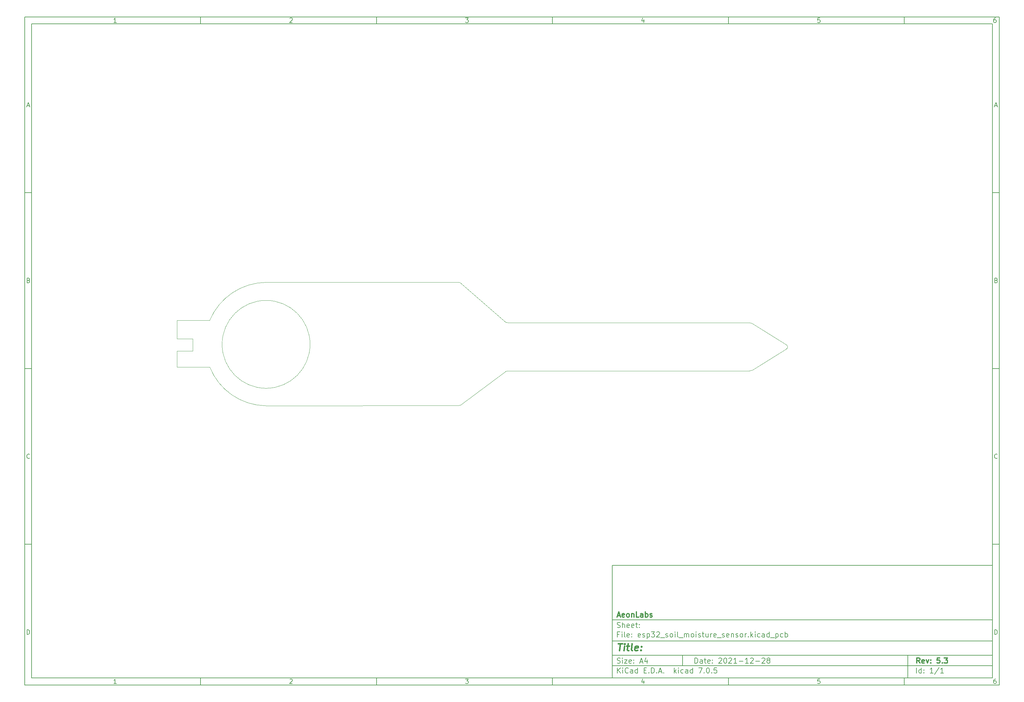
<source format=gbr>
%TF.GenerationSoftware,KiCad,Pcbnew,7.0.5*%
%TF.CreationDate,2023-06-02T10:03:58+02:00*%
%TF.ProjectId,esp32_soil_moisture_sensor,65737033-325f-4736-9f69-6c5f6d6f6973,5.3*%
%TF.SameCoordinates,Original*%
%TF.FileFunction,Profile,NP*%
%FSLAX46Y46*%
G04 Gerber Fmt 4.6, Leading zero omitted, Abs format (unit mm)*
G04 Created by KiCad (PCBNEW 7.0.5) date 2023-06-02 10:03:58*
%MOMM*%
%LPD*%
G01*
G04 APERTURE LIST*
%ADD10C,0.100000*%
%ADD11C,0.150000*%
%ADD12C,0.300000*%
%ADD13C,0.400000*%
%TA.AperFunction,Profile*%
%ADD14C,0.050000*%
%TD*%
%TA.AperFunction,Profile*%
%ADD15C,0.100000*%
%TD*%
G04 APERTURE END LIST*
D10*
D11*
X177002200Y-166007200D02*
X285002200Y-166007200D01*
X285002200Y-198007200D01*
X177002200Y-198007200D01*
X177002200Y-166007200D01*
D10*
D11*
X10000000Y-10000000D02*
X287002200Y-10000000D01*
X287002200Y-200007200D01*
X10000000Y-200007200D01*
X10000000Y-10000000D01*
D10*
D11*
X12000000Y-12000000D02*
X285002200Y-12000000D01*
X285002200Y-198007200D01*
X12000000Y-198007200D01*
X12000000Y-12000000D01*
D10*
D11*
X60000000Y-12000000D02*
X60000000Y-10000000D01*
D10*
D11*
X110000000Y-12000000D02*
X110000000Y-10000000D01*
D10*
D11*
X160000000Y-12000000D02*
X160000000Y-10000000D01*
D10*
D11*
X210000000Y-12000000D02*
X210000000Y-10000000D01*
D10*
D11*
X260000000Y-12000000D02*
X260000000Y-10000000D01*
D10*
D11*
X36089160Y-11593604D02*
X35346303Y-11593604D01*
X35717731Y-11593604D02*
X35717731Y-10293604D01*
X35717731Y-10293604D02*
X35593922Y-10479319D01*
X35593922Y-10479319D02*
X35470112Y-10603128D01*
X35470112Y-10603128D02*
X35346303Y-10665033D01*
D10*
D11*
X85346303Y-10417414D02*
X85408207Y-10355509D01*
X85408207Y-10355509D02*
X85532017Y-10293604D01*
X85532017Y-10293604D02*
X85841541Y-10293604D01*
X85841541Y-10293604D02*
X85965350Y-10355509D01*
X85965350Y-10355509D02*
X86027255Y-10417414D01*
X86027255Y-10417414D02*
X86089160Y-10541223D01*
X86089160Y-10541223D02*
X86089160Y-10665033D01*
X86089160Y-10665033D02*
X86027255Y-10850747D01*
X86027255Y-10850747D02*
X85284398Y-11593604D01*
X85284398Y-11593604D02*
X86089160Y-11593604D01*
D10*
D11*
X135284398Y-10293604D02*
X136089160Y-10293604D01*
X136089160Y-10293604D02*
X135655826Y-10788842D01*
X135655826Y-10788842D02*
X135841541Y-10788842D01*
X135841541Y-10788842D02*
X135965350Y-10850747D01*
X135965350Y-10850747D02*
X136027255Y-10912652D01*
X136027255Y-10912652D02*
X136089160Y-11036461D01*
X136089160Y-11036461D02*
X136089160Y-11345985D01*
X136089160Y-11345985D02*
X136027255Y-11469795D01*
X136027255Y-11469795D02*
X135965350Y-11531700D01*
X135965350Y-11531700D02*
X135841541Y-11593604D01*
X135841541Y-11593604D02*
X135470112Y-11593604D01*
X135470112Y-11593604D02*
X135346303Y-11531700D01*
X135346303Y-11531700D02*
X135284398Y-11469795D01*
D10*
D11*
X185965350Y-10726938D02*
X185965350Y-11593604D01*
X185655826Y-10231700D02*
X185346303Y-11160271D01*
X185346303Y-11160271D02*
X186151064Y-11160271D01*
D10*
D11*
X236027255Y-10293604D02*
X235408207Y-10293604D01*
X235408207Y-10293604D02*
X235346303Y-10912652D01*
X235346303Y-10912652D02*
X235408207Y-10850747D01*
X235408207Y-10850747D02*
X235532017Y-10788842D01*
X235532017Y-10788842D02*
X235841541Y-10788842D01*
X235841541Y-10788842D02*
X235965350Y-10850747D01*
X235965350Y-10850747D02*
X236027255Y-10912652D01*
X236027255Y-10912652D02*
X236089160Y-11036461D01*
X236089160Y-11036461D02*
X236089160Y-11345985D01*
X236089160Y-11345985D02*
X236027255Y-11469795D01*
X236027255Y-11469795D02*
X235965350Y-11531700D01*
X235965350Y-11531700D02*
X235841541Y-11593604D01*
X235841541Y-11593604D02*
X235532017Y-11593604D01*
X235532017Y-11593604D02*
X235408207Y-11531700D01*
X235408207Y-11531700D02*
X235346303Y-11469795D01*
D10*
D11*
X285965350Y-10293604D02*
X285717731Y-10293604D01*
X285717731Y-10293604D02*
X285593922Y-10355509D01*
X285593922Y-10355509D02*
X285532017Y-10417414D01*
X285532017Y-10417414D02*
X285408207Y-10603128D01*
X285408207Y-10603128D02*
X285346303Y-10850747D01*
X285346303Y-10850747D02*
X285346303Y-11345985D01*
X285346303Y-11345985D02*
X285408207Y-11469795D01*
X285408207Y-11469795D02*
X285470112Y-11531700D01*
X285470112Y-11531700D02*
X285593922Y-11593604D01*
X285593922Y-11593604D02*
X285841541Y-11593604D01*
X285841541Y-11593604D02*
X285965350Y-11531700D01*
X285965350Y-11531700D02*
X286027255Y-11469795D01*
X286027255Y-11469795D02*
X286089160Y-11345985D01*
X286089160Y-11345985D02*
X286089160Y-11036461D01*
X286089160Y-11036461D02*
X286027255Y-10912652D01*
X286027255Y-10912652D02*
X285965350Y-10850747D01*
X285965350Y-10850747D02*
X285841541Y-10788842D01*
X285841541Y-10788842D02*
X285593922Y-10788842D01*
X285593922Y-10788842D02*
X285470112Y-10850747D01*
X285470112Y-10850747D02*
X285408207Y-10912652D01*
X285408207Y-10912652D02*
X285346303Y-11036461D01*
D10*
D11*
X60000000Y-198007200D02*
X60000000Y-200007200D01*
D10*
D11*
X110000000Y-198007200D02*
X110000000Y-200007200D01*
D10*
D11*
X160000000Y-198007200D02*
X160000000Y-200007200D01*
D10*
D11*
X210000000Y-198007200D02*
X210000000Y-200007200D01*
D10*
D11*
X260000000Y-198007200D02*
X260000000Y-200007200D01*
D10*
D11*
X36089160Y-199600804D02*
X35346303Y-199600804D01*
X35717731Y-199600804D02*
X35717731Y-198300804D01*
X35717731Y-198300804D02*
X35593922Y-198486519D01*
X35593922Y-198486519D02*
X35470112Y-198610328D01*
X35470112Y-198610328D02*
X35346303Y-198672233D01*
D10*
D11*
X85346303Y-198424614D02*
X85408207Y-198362709D01*
X85408207Y-198362709D02*
X85532017Y-198300804D01*
X85532017Y-198300804D02*
X85841541Y-198300804D01*
X85841541Y-198300804D02*
X85965350Y-198362709D01*
X85965350Y-198362709D02*
X86027255Y-198424614D01*
X86027255Y-198424614D02*
X86089160Y-198548423D01*
X86089160Y-198548423D02*
X86089160Y-198672233D01*
X86089160Y-198672233D02*
X86027255Y-198857947D01*
X86027255Y-198857947D02*
X85284398Y-199600804D01*
X85284398Y-199600804D02*
X86089160Y-199600804D01*
D10*
D11*
X135284398Y-198300804D02*
X136089160Y-198300804D01*
X136089160Y-198300804D02*
X135655826Y-198796042D01*
X135655826Y-198796042D02*
X135841541Y-198796042D01*
X135841541Y-198796042D02*
X135965350Y-198857947D01*
X135965350Y-198857947D02*
X136027255Y-198919852D01*
X136027255Y-198919852D02*
X136089160Y-199043661D01*
X136089160Y-199043661D02*
X136089160Y-199353185D01*
X136089160Y-199353185D02*
X136027255Y-199476995D01*
X136027255Y-199476995D02*
X135965350Y-199538900D01*
X135965350Y-199538900D02*
X135841541Y-199600804D01*
X135841541Y-199600804D02*
X135470112Y-199600804D01*
X135470112Y-199600804D02*
X135346303Y-199538900D01*
X135346303Y-199538900D02*
X135284398Y-199476995D01*
D10*
D11*
X185965350Y-198734138D02*
X185965350Y-199600804D01*
X185655826Y-198238900D02*
X185346303Y-199167471D01*
X185346303Y-199167471D02*
X186151064Y-199167471D01*
D10*
D11*
X236027255Y-198300804D02*
X235408207Y-198300804D01*
X235408207Y-198300804D02*
X235346303Y-198919852D01*
X235346303Y-198919852D02*
X235408207Y-198857947D01*
X235408207Y-198857947D02*
X235532017Y-198796042D01*
X235532017Y-198796042D02*
X235841541Y-198796042D01*
X235841541Y-198796042D02*
X235965350Y-198857947D01*
X235965350Y-198857947D02*
X236027255Y-198919852D01*
X236027255Y-198919852D02*
X236089160Y-199043661D01*
X236089160Y-199043661D02*
X236089160Y-199353185D01*
X236089160Y-199353185D02*
X236027255Y-199476995D01*
X236027255Y-199476995D02*
X235965350Y-199538900D01*
X235965350Y-199538900D02*
X235841541Y-199600804D01*
X235841541Y-199600804D02*
X235532017Y-199600804D01*
X235532017Y-199600804D02*
X235408207Y-199538900D01*
X235408207Y-199538900D02*
X235346303Y-199476995D01*
D10*
D11*
X285965350Y-198300804D02*
X285717731Y-198300804D01*
X285717731Y-198300804D02*
X285593922Y-198362709D01*
X285593922Y-198362709D02*
X285532017Y-198424614D01*
X285532017Y-198424614D02*
X285408207Y-198610328D01*
X285408207Y-198610328D02*
X285346303Y-198857947D01*
X285346303Y-198857947D02*
X285346303Y-199353185D01*
X285346303Y-199353185D02*
X285408207Y-199476995D01*
X285408207Y-199476995D02*
X285470112Y-199538900D01*
X285470112Y-199538900D02*
X285593922Y-199600804D01*
X285593922Y-199600804D02*
X285841541Y-199600804D01*
X285841541Y-199600804D02*
X285965350Y-199538900D01*
X285965350Y-199538900D02*
X286027255Y-199476995D01*
X286027255Y-199476995D02*
X286089160Y-199353185D01*
X286089160Y-199353185D02*
X286089160Y-199043661D01*
X286089160Y-199043661D02*
X286027255Y-198919852D01*
X286027255Y-198919852D02*
X285965350Y-198857947D01*
X285965350Y-198857947D02*
X285841541Y-198796042D01*
X285841541Y-198796042D02*
X285593922Y-198796042D01*
X285593922Y-198796042D02*
X285470112Y-198857947D01*
X285470112Y-198857947D02*
X285408207Y-198919852D01*
X285408207Y-198919852D02*
X285346303Y-199043661D01*
D10*
D11*
X10000000Y-60000000D02*
X12000000Y-60000000D01*
D10*
D11*
X10000000Y-110000000D02*
X12000000Y-110000000D01*
D10*
D11*
X10000000Y-160000000D02*
X12000000Y-160000000D01*
D10*
D11*
X10690476Y-35222176D02*
X11309523Y-35222176D01*
X10566666Y-35593604D02*
X10999999Y-34293604D01*
X10999999Y-34293604D02*
X11433333Y-35593604D01*
D10*
D11*
X11092857Y-84912652D02*
X11278571Y-84974557D01*
X11278571Y-84974557D02*
X11340476Y-85036461D01*
X11340476Y-85036461D02*
X11402380Y-85160271D01*
X11402380Y-85160271D02*
X11402380Y-85345985D01*
X11402380Y-85345985D02*
X11340476Y-85469795D01*
X11340476Y-85469795D02*
X11278571Y-85531700D01*
X11278571Y-85531700D02*
X11154761Y-85593604D01*
X11154761Y-85593604D02*
X10659523Y-85593604D01*
X10659523Y-85593604D02*
X10659523Y-84293604D01*
X10659523Y-84293604D02*
X11092857Y-84293604D01*
X11092857Y-84293604D02*
X11216666Y-84355509D01*
X11216666Y-84355509D02*
X11278571Y-84417414D01*
X11278571Y-84417414D02*
X11340476Y-84541223D01*
X11340476Y-84541223D02*
X11340476Y-84665033D01*
X11340476Y-84665033D02*
X11278571Y-84788842D01*
X11278571Y-84788842D02*
X11216666Y-84850747D01*
X11216666Y-84850747D02*
X11092857Y-84912652D01*
X11092857Y-84912652D02*
X10659523Y-84912652D01*
D10*
D11*
X11402380Y-135469795D02*
X11340476Y-135531700D01*
X11340476Y-135531700D02*
X11154761Y-135593604D01*
X11154761Y-135593604D02*
X11030952Y-135593604D01*
X11030952Y-135593604D02*
X10845238Y-135531700D01*
X10845238Y-135531700D02*
X10721428Y-135407890D01*
X10721428Y-135407890D02*
X10659523Y-135284080D01*
X10659523Y-135284080D02*
X10597619Y-135036461D01*
X10597619Y-135036461D02*
X10597619Y-134850747D01*
X10597619Y-134850747D02*
X10659523Y-134603128D01*
X10659523Y-134603128D02*
X10721428Y-134479319D01*
X10721428Y-134479319D02*
X10845238Y-134355509D01*
X10845238Y-134355509D02*
X11030952Y-134293604D01*
X11030952Y-134293604D02*
X11154761Y-134293604D01*
X11154761Y-134293604D02*
X11340476Y-134355509D01*
X11340476Y-134355509D02*
X11402380Y-134417414D01*
D10*
D11*
X10659523Y-185593604D02*
X10659523Y-184293604D01*
X10659523Y-184293604D02*
X10969047Y-184293604D01*
X10969047Y-184293604D02*
X11154761Y-184355509D01*
X11154761Y-184355509D02*
X11278571Y-184479319D01*
X11278571Y-184479319D02*
X11340476Y-184603128D01*
X11340476Y-184603128D02*
X11402380Y-184850747D01*
X11402380Y-184850747D02*
X11402380Y-185036461D01*
X11402380Y-185036461D02*
X11340476Y-185284080D01*
X11340476Y-185284080D02*
X11278571Y-185407890D01*
X11278571Y-185407890D02*
X11154761Y-185531700D01*
X11154761Y-185531700D02*
X10969047Y-185593604D01*
X10969047Y-185593604D02*
X10659523Y-185593604D01*
D10*
D11*
X287002200Y-60000000D02*
X285002200Y-60000000D01*
D10*
D11*
X287002200Y-110000000D02*
X285002200Y-110000000D01*
D10*
D11*
X287002200Y-160000000D02*
X285002200Y-160000000D01*
D10*
D11*
X285692676Y-35222176D02*
X286311723Y-35222176D01*
X285568866Y-35593604D02*
X286002199Y-34293604D01*
X286002199Y-34293604D02*
X286435533Y-35593604D01*
D10*
D11*
X286095057Y-84912652D02*
X286280771Y-84974557D01*
X286280771Y-84974557D02*
X286342676Y-85036461D01*
X286342676Y-85036461D02*
X286404580Y-85160271D01*
X286404580Y-85160271D02*
X286404580Y-85345985D01*
X286404580Y-85345985D02*
X286342676Y-85469795D01*
X286342676Y-85469795D02*
X286280771Y-85531700D01*
X286280771Y-85531700D02*
X286156961Y-85593604D01*
X286156961Y-85593604D02*
X285661723Y-85593604D01*
X285661723Y-85593604D02*
X285661723Y-84293604D01*
X285661723Y-84293604D02*
X286095057Y-84293604D01*
X286095057Y-84293604D02*
X286218866Y-84355509D01*
X286218866Y-84355509D02*
X286280771Y-84417414D01*
X286280771Y-84417414D02*
X286342676Y-84541223D01*
X286342676Y-84541223D02*
X286342676Y-84665033D01*
X286342676Y-84665033D02*
X286280771Y-84788842D01*
X286280771Y-84788842D02*
X286218866Y-84850747D01*
X286218866Y-84850747D02*
X286095057Y-84912652D01*
X286095057Y-84912652D02*
X285661723Y-84912652D01*
D10*
D11*
X286404580Y-135469795D02*
X286342676Y-135531700D01*
X286342676Y-135531700D02*
X286156961Y-135593604D01*
X286156961Y-135593604D02*
X286033152Y-135593604D01*
X286033152Y-135593604D02*
X285847438Y-135531700D01*
X285847438Y-135531700D02*
X285723628Y-135407890D01*
X285723628Y-135407890D02*
X285661723Y-135284080D01*
X285661723Y-135284080D02*
X285599819Y-135036461D01*
X285599819Y-135036461D02*
X285599819Y-134850747D01*
X285599819Y-134850747D02*
X285661723Y-134603128D01*
X285661723Y-134603128D02*
X285723628Y-134479319D01*
X285723628Y-134479319D02*
X285847438Y-134355509D01*
X285847438Y-134355509D02*
X286033152Y-134293604D01*
X286033152Y-134293604D02*
X286156961Y-134293604D01*
X286156961Y-134293604D02*
X286342676Y-134355509D01*
X286342676Y-134355509D02*
X286404580Y-134417414D01*
D10*
D11*
X285661723Y-185593604D02*
X285661723Y-184293604D01*
X285661723Y-184293604D02*
X285971247Y-184293604D01*
X285971247Y-184293604D02*
X286156961Y-184355509D01*
X286156961Y-184355509D02*
X286280771Y-184479319D01*
X286280771Y-184479319D02*
X286342676Y-184603128D01*
X286342676Y-184603128D02*
X286404580Y-184850747D01*
X286404580Y-184850747D02*
X286404580Y-185036461D01*
X286404580Y-185036461D02*
X286342676Y-185284080D01*
X286342676Y-185284080D02*
X286280771Y-185407890D01*
X286280771Y-185407890D02*
X286156961Y-185531700D01*
X286156961Y-185531700D02*
X285971247Y-185593604D01*
X285971247Y-185593604D02*
X285661723Y-185593604D01*
D10*
D11*
X200458026Y-193793328D02*
X200458026Y-192293328D01*
X200458026Y-192293328D02*
X200815169Y-192293328D01*
X200815169Y-192293328D02*
X201029455Y-192364757D01*
X201029455Y-192364757D02*
X201172312Y-192507614D01*
X201172312Y-192507614D02*
X201243741Y-192650471D01*
X201243741Y-192650471D02*
X201315169Y-192936185D01*
X201315169Y-192936185D02*
X201315169Y-193150471D01*
X201315169Y-193150471D02*
X201243741Y-193436185D01*
X201243741Y-193436185D02*
X201172312Y-193579042D01*
X201172312Y-193579042D02*
X201029455Y-193721900D01*
X201029455Y-193721900D02*
X200815169Y-193793328D01*
X200815169Y-193793328D02*
X200458026Y-193793328D01*
X202600884Y-193793328D02*
X202600884Y-193007614D01*
X202600884Y-193007614D02*
X202529455Y-192864757D01*
X202529455Y-192864757D02*
X202386598Y-192793328D01*
X202386598Y-192793328D02*
X202100884Y-192793328D01*
X202100884Y-192793328D02*
X201958026Y-192864757D01*
X202600884Y-193721900D02*
X202458026Y-193793328D01*
X202458026Y-193793328D02*
X202100884Y-193793328D01*
X202100884Y-193793328D02*
X201958026Y-193721900D01*
X201958026Y-193721900D02*
X201886598Y-193579042D01*
X201886598Y-193579042D02*
X201886598Y-193436185D01*
X201886598Y-193436185D02*
X201958026Y-193293328D01*
X201958026Y-193293328D02*
X202100884Y-193221900D01*
X202100884Y-193221900D02*
X202458026Y-193221900D01*
X202458026Y-193221900D02*
X202600884Y-193150471D01*
X203100884Y-192793328D02*
X203672312Y-192793328D01*
X203315169Y-192293328D02*
X203315169Y-193579042D01*
X203315169Y-193579042D02*
X203386598Y-193721900D01*
X203386598Y-193721900D02*
X203529455Y-193793328D01*
X203529455Y-193793328D02*
X203672312Y-193793328D01*
X204743741Y-193721900D02*
X204600884Y-193793328D01*
X204600884Y-193793328D02*
X204315170Y-193793328D01*
X204315170Y-193793328D02*
X204172312Y-193721900D01*
X204172312Y-193721900D02*
X204100884Y-193579042D01*
X204100884Y-193579042D02*
X204100884Y-193007614D01*
X204100884Y-193007614D02*
X204172312Y-192864757D01*
X204172312Y-192864757D02*
X204315170Y-192793328D01*
X204315170Y-192793328D02*
X204600884Y-192793328D01*
X204600884Y-192793328D02*
X204743741Y-192864757D01*
X204743741Y-192864757D02*
X204815170Y-193007614D01*
X204815170Y-193007614D02*
X204815170Y-193150471D01*
X204815170Y-193150471D02*
X204100884Y-193293328D01*
X205458026Y-193650471D02*
X205529455Y-193721900D01*
X205529455Y-193721900D02*
X205458026Y-193793328D01*
X205458026Y-193793328D02*
X205386598Y-193721900D01*
X205386598Y-193721900D02*
X205458026Y-193650471D01*
X205458026Y-193650471D02*
X205458026Y-193793328D01*
X205458026Y-192864757D02*
X205529455Y-192936185D01*
X205529455Y-192936185D02*
X205458026Y-193007614D01*
X205458026Y-193007614D02*
X205386598Y-192936185D01*
X205386598Y-192936185D02*
X205458026Y-192864757D01*
X205458026Y-192864757D02*
X205458026Y-193007614D01*
X207243741Y-192436185D02*
X207315169Y-192364757D01*
X207315169Y-192364757D02*
X207458027Y-192293328D01*
X207458027Y-192293328D02*
X207815169Y-192293328D01*
X207815169Y-192293328D02*
X207958027Y-192364757D01*
X207958027Y-192364757D02*
X208029455Y-192436185D01*
X208029455Y-192436185D02*
X208100884Y-192579042D01*
X208100884Y-192579042D02*
X208100884Y-192721900D01*
X208100884Y-192721900D02*
X208029455Y-192936185D01*
X208029455Y-192936185D02*
X207172312Y-193793328D01*
X207172312Y-193793328D02*
X208100884Y-193793328D01*
X209029455Y-192293328D02*
X209172312Y-192293328D01*
X209172312Y-192293328D02*
X209315169Y-192364757D01*
X209315169Y-192364757D02*
X209386598Y-192436185D01*
X209386598Y-192436185D02*
X209458026Y-192579042D01*
X209458026Y-192579042D02*
X209529455Y-192864757D01*
X209529455Y-192864757D02*
X209529455Y-193221900D01*
X209529455Y-193221900D02*
X209458026Y-193507614D01*
X209458026Y-193507614D02*
X209386598Y-193650471D01*
X209386598Y-193650471D02*
X209315169Y-193721900D01*
X209315169Y-193721900D02*
X209172312Y-193793328D01*
X209172312Y-193793328D02*
X209029455Y-193793328D01*
X209029455Y-193793328D02*
X208886598Y-193721900D01*
X208886598Y-193721900D02*
X208815169Y-193650471D01*
X208815169Y-193650471D02*
X208743740Y-193507614D01*
X208743740Y-193507614D02*
X208672312Y-193221900D01*
X208672312Y-193221900D02*
X208672312Y-192864757D01*
X208672312Y-192864757D02*
X208743740Y-192579042D01*
X208743740Y-192579042D02*
X208815169Y-192436185D01*
X208815169Y-192436185D02*
X208886598Y-192364757D01*
X208886598Y-192364757D02*
X209029455Y-192293328D01*
X210100883Y-192436185D02*
X210172311Y-192364757D01*
X210172311Y-192364757D02*
X210315169Y-192293328D01*
X210315169Y-192293328D02*
X210672311Y-192293328D01*
X210672311Y-192293328D02*
X210815169Y-192364757D01*
X210815169Y-192364757D02*
X210886597Y-192436185D01*
X210886597Y-192436185D02*
X210958026Y-192579042D01*
X210958026Y-192579042D02*
X210958026Y-192721900D01*
X210958026Y-192721900D02*
X210886597Y-192936185D01*
X210886597Y-192936185D02*
X210029454Y-193793328D01*
X210029454Y-193793328D02*
X210958026Y-193793328D01*
X212386597Y-193793328D02*
X211529454Y-193793328D01*
X211958025Y-193793328D02*
X211958025Y-192293328D01*
X211958025Y-192293328D02*
X211815168Y-192507614D01*
X211815168Y-192507614D02*
X211672311Y-192650471D01*
X211672311Y-192650471D02*
X211529454Y-192721900D01*
X213029453Y-193221900D02*
X214172311Y-193221900D01*
X215672311Y-193793328D02*
X214815168Y-193793328D01*
X215243739Y-193793328D02*
X215243739Y-192293328D01*
X215243739Y-192293328D02*
X215100882Y-192507614D01*
X215100882Y-192507614D02*
X214958025Y-192650471D01*
X214958025Y-192650471D02*
X214815168Y-192721900D01*
X216243739Y-192436185D02*
X216315167Y-192364757D01*
X216315167Y-192364757D02*
X216458025Y-192293328D01*
X216458025Y-192293328D02*
X216815167Y-192293328D01*
X216815167Y-192293328D02*
X216958025Y-192364757D01*
X216958025Y-192364757D02*
X217029453Y-192436185D01*
X217029453Y-192436185D02*
X217100882Y-192579042D01*
X217100882Y-192579042D02*
X217100882Y-192721900D01*
X217100882Y-192721900D02*
X217029453Y-192936185D01*
X217029453Y-192936185D02*
X216172310Y-193793328D01*
X216172310Y-193793328D02*
X217100882Y-193793328D01*
X217743738Y-193221900D02*
X218886596Y-193221900D01*
X219529453Y-192436185D02*
X219600881Y-192364757D01*
X219600881Y-192364757D02*
X219743739Y-192293328D01*
X219743739Y-192293328D02*
X220100881Y-192293328D01*
X220100881Y-192293328D02*
X220243739Y-192364757D01*
X220243739Y-192364757D02*
X220315167Y-192436185D01*
X220315167Y-192436185D02*
X220386596Y-192579042D01*
X220386596Y-192579042D02*
X220386596Y-192721900D01*
X220386596Y-192721900D02*
X220315167Y-192936185D01*
X220315167Y-192936185D02*
X219458024Y-193793328D01*
X219458024Y-193793328D02*
X220386596Y-193793328D01*
X221243738Y-192936185D02*
X221100881Y-192864757D01*
X221100881Y-192864757D02*
X221029452Y-192793328D01*
X221029452Y-192793328D02*
X220958024Y-192650471D01*
X220958024Y-192650471D02*
X220958024Y-192579042D01*
X220958024Y-192579042D02*
X221029452Y-192436185D01*
X221029452Y-192436185D02*
X221100881Y-192364757D01*
X221100881Y-192364757D02*
X221243738Y-192293328D01*
X221243738Y-192293328D02*
X221529452Y-192293328D01*
X221529452Y-192293328D02*
X221672310Y-192364757D01*
X221672310Y-192364757D02*
X221743738Y-192436185D01*
X221743738Y-192436185D02*
X221815167Y-192579042D01*
X221815167Y-192579042D02*
X221815167Y-192650471D01*
X221815167Y-192650471D02*
X221743738Y-192793328D01*
X221743738Y-192793328D02*
X221672310Y-192864757D01*
X221672310Y-192864757D02*
X221529452Y-192936185D01*
X221529452Y-192936185D02*
X221243738Y-192936185D01*
X221243738Y-192936185D02*
X221100881Y-193007614D01*
X221100881Y-193007614D02*
X221029452Y-193079042D01*
X221029452Y-193079042D02*
X220958024Y-193221900D01*
X220958024Y-193221900D02*
X220958024Y-193507614D01*
X220958024Y-193507614D02*
X221029452Y-193650471D01*
X221029452Y-193650471D02*
X221100881Y-193721900D01*
X221100881Y-193721900D02*
X221243738Y-193793328D01*
X221243738Y-193793328D02*
X221529452Y-193793328D01*
X221529452Y-193793328D02*
X221672310Y-193721900D01*
X221672310Y-193721900D02*
X221743738Y-193650471D01*
X221743738Y-193650471D02*
X221815167Y-193507614D01*
X221815167Y-193507614D02*
X221815167Y-193221900D01*
X221815167Y-193221900D02*
X221743738Y-193079042D01*
X221743738Y-193079042D02*
X221672310Y-193007614D01*
X221672310Y-193007614D02*
X221529452Y-192936185D01*
D10*
D11*
X177002200Y-194507200D02*
X285002200Y-194507200D01*
D10*
D11*
X178458026Y-196593328D02*
X178458026Y-195093328D01*
X179315169Y-196593328D02*
X178672312Y-195736185D01*
X179315169Y-195093328D02*
X178458026Y-195950471D01*
X179958026Y-196593328D02*
X179958026Y-195593328D01*
X179958026Y-195093328D02*
X179886598Y-195164757D01*
X179886598Y-195164757D02*
X179958026Y-195236185D01*
X179958026Y-195236185D02*
X180029455Y-195164757D01*
X180029455Y-195164757D02*
X179958026Y-195093328D01*
X179958026Y-195093328D02*
X179958026Y-195236185D01*
X181529455Y-196450471D02*
X181458027Y-196521900D01*
X181458027Y-196521900D02*
X181243741Y-196593328D01*
X181243741Y-196593328D02*
X181100884Y-196593328D01*
X181100884Y-196593328D02*
X180886598Y-196521900D01*
X180886598Y-196521900D02*
X180743741Y-196379042D01*
X180743741Y-196379042D02*
X180672312Y-196236185D01*
X180672312Y-196236185D02*
X180600884Y-195950471D01*
X180600884Y-195950471D02*
X180600884Y-195736185D01*
X180600884Y-195736185D02*
X180672312Y-195450471D01*
X180672312Y-195450471D02*
X180743741Y-195307614D01*
X180743741Y-195307614D02*
X180886598Y-195164757D01*
X180886598Y-195164757D02*
X181100884Y-195093328D01*
X181100884Y-195093328D02*
X181243741Y-195093328D01*
X181243741Y-195093328D02*
X181458027Y-195164757D01*
X181458027Y-195164757D02*
X181529455Y-195236185D01*
X182815170Y-196593328D02*
X182815170Y-195807614D01*
X182815170Y-195807614D02*
X182743741Y-195664757D01*
X182743741Y-195664757D02*
X182600884Y-195593328D01*
X182600884Y-195593328D02*
X182315170Y-195593328D01*
X182315170Y-195593328D02*
X182172312Y-195664757D01*
X182815170Y-196521900D02*
X182672312Y-196593328D01*
X182672312Y-196593328D02*
X182315170Y-196593328D01*
X182315170Y-196593328D02*
X182172312Y-196521900D01*
X182172312Y-196521900D02*
X182100884Y-196379042D01*
X182100884Y-196379042D02*
X182100884Y-196236185D01*
X182100884Y-196236185D02*
X182172312Y-196093328D01*
X182172312Y-196093328D02*
X182315170Y-196021900D01*
X182315170Y-196021900D02*
X182672312Y-196021900D01*
X182672312Y-196021900D02*
X182815170Y-195950471D01*
X184172313Y-196593328D02*
X184172313Y-195093328D01*
X184172313Y-196521900D02*
X184029455Y-196593328D01*
X184029455Y-196593328D02*
X183743741Y-196593328D01*
X183743741Y-196593328D02*
X183600884Y-196521900D01*
X183600884Y-196521900D02*
X183529455Y-196450471D01*
X183529455Y-196450471D02*
X183458027Y-196307614D01*
X183458027Y-196307614D02*
X183458027Y-195879042D01*
X183458027Y-195879042D02*
X183529455Y-195736185D01*
X183529455Y-195736185D02*
X183600884Y-195664757D01*
X183600884Y-195664757D02*
X183743741Y-195593328D01*
X183743741Y-195593328D02*
X184029455Y-195593328D01*
X184029455Y-195593328D02*
X184172313Y-195664757D01*
X186029455Y-195807614D02*
X186529455Y-195807614D01*
X186743741Y-196593328D02*
X186029455Y-196593328D01*
X186029455Y-196593328D02*
X186029455Y-195093328D01*
X186029455Y-195093328D02*
X186743741Y-195093328D01*
X187386598Y-196450471D02*
X187458027Y-196521900D01*
X187458027Y-196521900D02*
X187386598Y-196593328D01*
X187386598Y-196593328D02*
X187315170Y-196521900D01*
X187315170Y-196521900D02*
X187386598Y-196450471D01*
X187386598Y-196450471D02*
X187386598Y-196593328D01*
X188100884Y-196593328D02*
X188100884Y-195093328D01*
X188100884Y-195093328D02*
X188458027Y-195093328D01*
X188458027Y-195093328D02*
X188672313Y-195164757D01*
X188672313Y-195164757D02*
X188815170Y-195307614D01*
X188815170Y-195307614D02*
X188886599Y-195450471D01*
X188886599Y-195450471D02*
X188958027Y-195736185D01*
X188958027Y-195736185D02*
X188958027Y-195950471D01*
X188958027Y-195950471D02*
X188886599Y-196236185D01*
X188886599Y-196236185D02*
X188815170Y-196379042D01*
X188815170Y-196379042D02*
X188672313Y-196521900D01*
X188672313Y-196521900D02*
X188458027Y-196593328D01*
X188458027Y-196593328D02*
X188100884Y-196593328D01*
X189600884Y-196450471D02*
X189672313Y-196521900D01*
X189672313Y-196521900D02*
X189600884Y-196593328D01*
X189600884Y-196593328D02*
X189529456Y-196521900D01*
X189529456Y-196521900D02*
X189600884Y-196450471D01*
X189600884Y-196450471D02*
X189600884Y-196593328D01*
X190243742Y-196164757D02*
X190958028Y-196164757D01*
X190100885Y-196593328D02*
X190600885Y-195093328D01*
X190600885Y-195093328D02*
X191100885Y-196593328D01*
X191600884Y-196450471D02*
X191672313Y-196521900D01*
X191672313Y-196521900D02*
X191600884Y-196593328D01*
X191600884Y-196593328D02*
X191529456Y-196521900D01*
X191529456Y-196521900D02*
X191600884Y-196450471D01*
X191600884Y-196450471D02*
X191600884Y-196593328D01*
X194600884Y-196593328D02*
X194600884Y-195093328D01*
X194743742Y-196021900D02*
X195172313Y-196593328D01*
X195172313Y-195593328D02*
X194600884Y-196164757D01*
X195815170Y-196593328D02*
X195815170Y-195593328D01*
X195815170Y-195093328D02*
X195743742Y-195164757D01*
X195743742Y-195164757D02*
X195815170Y-195236185D01*
X195815170Y-195236185D02*
X195886599Y-195164757D01*
X195886599Y-195164757D02*
X195815170Y-195093328D01*
X195815170Y-195093328D02*
X195815170Y-195236185D01*
X197172314Y-196521900D02*
X197029456Y-196593328D01*
X197029456Y-196593328D02*
X196743742Y-196593328D01*
X196743742Y-196593328D02*
X196600885Y-196521900D01*
X196600885Y-196521900D02*
X196529456Y-196450471D01*
X196529456Y-196450471D02*
X196458028Y-196307614D01*
X196458028Y-196307614D02*
X196458028Y-195879042D01*
X196458028Y-195879042D02*
X196529456Y-195736185D01*
X196529456Y-195736185D02*
X196600885Y-195664757D01*
X196600885Y-195664757D02*
X196743742Y-195593328D01*
X196743742Y-195593328D02*
X197029456Y-195593328D01*
X197029456Y-195593328D02*
X197172314Y-195664757D01*
X198458028Y-196593328D02*
X198458028Y-195807614D01*
X198458028Y-195807614D02*
X198386599Y-195664757D01*
X198386599Y-195664757D02*
X198243742Y-195593328D01*
X198243742Y-195593328D02*
X197958028Y-195593328D01*
X197958028Y-195593328D02*
X197815170Y-195664757D01*
X198458028Y-196521900D02*
X198315170Y-196593328D01*
X198315170Y-196593328D02*
X197958028Y-196593328D01*
X197958028Y-196593328D02*
X197815170Y-196521900D01*
X197815170Y-196521900D02*
X197743742Y-196379042D01*
X197743742Y-196379042D02*
X197743742Y-196236185D01*
X197743742Y-196236185D02*
X197815170Y-196093328D01*
X197815170Y-196093328D02*
X197958028Y-196021900D01*
X197958028Y-196021900D02*
X198315170Y-196021900D01*
X198315170Y-196021900D02*
X198458028Y-195950471D01*
X199815171Y-196593328D02*
X199815171Y-195093328D01*
X199815171Y-196521900D02*
X199672313Y-196593328D01*
X199672313Y-196593328D02*
X199386599Y-196593328D01*
X199386599Y-196593328D02*
X199243742Y-196521900D01*
X199243742Y-196521900D02*
X199172313Y-196450471D01*
X199172313Y-196450471D02*
X199100885Y-196307614D01*
X199100885Y-196307614D02*
X199100885Y-195879042D01*
X199100885Y-195879042D02*
X199172313Y-195736185D01*
X199172313Y-195736185D02*
X199243742Y-195664757D01*
X199243742Y-195664757D02*
X199386599Y-195593328D01*
X199386599Y-195593328D02*
X199672313Y-195593328D01*
X199672313Y-195593328D02*
X199815171Y-195664757D01*
X201529456Y-195093328D02*
X202529456Y-195093328D01*
X202529456Y-195093328D02*
X201886599Y-196593328D01*
X203100884Y-196450471D02*
X203172313Y-196521900D01*
X203172313Y-196521900D02*
X203100884Y-196593328D01*
X203100884Y-196593328D02*
X203029456Y-196521900D01*
X203029456Y-196521900D02*
X203100884Y-196450471D01*
X203100884Y-196450471D02*
X203100884Y-196593328D01*
X204100885Y-195093328D02*
X204243742Y-195093328D01*
X204243742Y-195093328D02*
X204386599Y-195164757D01*
X204386599Y-195164757D02*
X204458028Y-195236185D01*
X204458028Y-195236185D02*
X204529456Y-195379042D01*
X204529456Y-195379042D02*
X204600885Y-195664757D01*
X204600885Y-195664757D02*
X204600885Y-196021900D01*
X204600885Y-196021900D02*
X204529456Y-196307614D01*
X204529456Y-196307614D02*
X204458028Y-196450471D01*
X204458028Y-196450471D02*
X204386599Y-196521900D01*
X204386599Y-196521900D02*
X204243742Y-196593328D01*
X204243742Y-196593328D02*
X204100885Y-196593328D01*
X204100885Y-196593328D02*
X203958028Y-196521900D01*
X203958028Y-196521900D02*
X203886599Y-196450471D01*
X203886599Y-196450471D02*
X203815170Y-196307614D01*
X203815170Y-196307614D02*
X203743742Y-196021900D01*
X203743742Y-196021900D02*
X203743742Y-195664757D01*
X203743742Y-195664757D02*
X203815170Y-195379042D01*
X203815170Y-195379042D02*
X203886599Y-195236185D01*
X203886599Y-195236185D02*
X203958028Y-195164757D01*
X203958028Y-195164757D02*
X204100885Y-195093328D01*
X205243741Y-196450471D02*
X205315170Y-196521900D01*
X205315170Y-196521900D02*
X205243741Y-196593328D01*
X205243741Y-196593328D02*
X205172313Y-196521900D01*
X205172313Y-196521900D02*
X205243741Y-196450471D01*
X205243741Y-196450471D02*
X205243741Y-196593328D01*
X206672313Y-195093328D02*
X205958027Y-195093328D01*
X205958027Y-195093328D02*
X205886599Y-195807614D01*
X205886599Y-195807614D02*
X205958027Y-195736185D01*
X205958027Y-195736185D02*
X206100885Y-195664757D01*
X206100885Y-195664757D02*
X206458027Y-195664757D01*
X206458027Y-195664757D02*
X206600885Y-195736185D01*
X206600885Y-195736185D02*
X206672313Y-195807614D01*
X206672313Y-195807614D02*
X206743742Y-195950471D01*
X206743742Y-195950471D02*
X206743742Y-196307614D01*
X206743742Y-196307614D02*
X206672313Y-196450471D01*
X206672313Y-196450471D02*
X206600885Y-196521900D01*
X206600885Y-196521900D02*
X206458027Y-196593328D01*
X206458027Y-196593328D02*
X206100885Y-196593328D01*
X206100885Y-196593328D02*
X205958027Y-196521900D01*
X205958027Y-196521900D02*
X205886599Y-196450471D01*
D10*
D11*
X177002200Y-191507200D02*
X285002200Y-191507200D01*
D10*
D12*
X264413853Y-193785528D02*
X263913853Y-193071242D01*
X263556710Y-193785528D02*
X263556710Y-192285528D01*
X263556710Y-192285528D02*
X264128139Y-192285528D01*
X264128139Y-192285528D02*
X264270996Y-192356957D01*
X264270996Y-192356957D02*
X264342425Y-192428385D01*
X264342425Y-192428385D02*
X264413853Y-192571242D01*
X264413853Y-192571242D02*
X264413853Y-192785528D01*
X264413853Y-192785528D02*
X264342425Y-192928385D01*
X264342425Y-192928385D02*
X264270996Y-192999814D01*
X264270996Y-192999814D02*
X264128139Y-193071242D01*
X264128139Y-193071242D02*
X263556710Y-193071242D01*
X265628139Y-193714100D02*
X265485282Y-193785528D01*
X265485282Y-193785528D02*
X265199568Y-193785528D01*
X265199568Y-193785528D02*
X265056710Y-193714100D01*
X265056710Y-193714100D02*
X264985282Y-193571242D01*
X264985282Y-193571242D02*
X264985282Y-192999814D01*
X264985282Y-192999814D02*
X265056710Y-192856957D01*
X265056710Y-192856957D02*
X265199568Y-192785528D01*
X265199568Y-192785528D02*
X265485282Y-192785528D01*
X265485282Y-192785528D02*
X265628139Y-192856957D01*
X265628139Y-192856957D02*
X265699568Y-192999814D01*
X265699568Y-192999814D02*
X265699568Y-193142671D01*
X265699568Y-193142671D02*
X264985282Y-193285528D01*
X266199567Y-192785528D02*
X266556710Y-193785528D01*
X266556710Y-193785528D02*
X266913853Y-192785528D01*
X267485281Y-193642671D02*
X267556710Y-193714100D01*
X267556710Y-193714100D02*
X267485281Y-193785528D01*
X267485281Y-193785528D02*
X267413853Y-193714100D01*
X267413853Y-193714100D02*
X267485281Y-193642671D01*
X267485281Y-193642671D02*
X267485281Y-193785528D01*
X267485281Y-192856957D02*
X267556710Y-192928385D01*
X267556710Y-192928385D02*
X267485281Y-192999814D01*
X267485281Y-192999814D02*
X267413853Y-192928385D01*
X267413853Y-192928385D02*
X267485281Y-192856957D01*
X267485281Y-192856957D02*
X267485281Y-192999814D01*
X270056710Y-192285528D02*
X269342424Y-192285528D01*
X269342424Y-192285528D02*
X269270996Y-192999814D01*
X269270996Y-192999814D02*
X269342424Y-192928385D01*
X269342424Y-192928385D02*
X269485282Y-192856957D01*
X269485282Y-192856957D02*
X269842424Y-192856957D01*
X269842424Y-192856957D02*
X269985282Y-192928385D01*
X269985282Y-192928385D02*
X270056710Y-192999814D01*
X270056710Y-192999814D02*
X270128139Y-193142671D01*
X270128139Y-193142671D02*
X270128139Y-193499814D01*
X270128139Y-193499814D02*
X270056710Y-193642671D01*
X270056710Y-193642671D02*
X269985282Y-193714100D01*
X269985282Y-193714100D02*
X269842424Y-193785528D01*
X269842424Y-193785528D02*
X269485282Y-193785528D01*
X269485282Y-193785528D02*
X269342424Y-193714100D01*
X269342424Y-193714100D02*
X269270996Y-193642671D01*
X270770995Y-193642671D02*
X270842424Y-193714100D01*
X270842424Y-193714100D02*
X270770995Y-193785528D01*
X270770995Y-193785528D02*
X270699567Y-193714100D01*
X270699567Y-193714100D02*
X270770995Y-193642671D01*
X270770995Y-193642671D02*
X270770995Y-193785528D01*
X271342424Y-192285528D02*
X272270996Y-192285528D01*
X272270996Y-192285528D02*
X271770996Y-192856957D01*
X271770996Y-192856957D02*
X271985281Y-192856957D01*
X271985281Y-192856957D02*
X272128139Y-192928385D01*
X272128139Y-192928385D02*
X272199567Y-192999814D01*
X272199567Y-192999814D02*
X272270996Y-193142671D01*
X272270996Y-193142671D02*
X272270996Y-193499814D01*
X272270996Y-193499814D02*
X272199567Y-193642671D01*
X272199567Y-193642671D02*
X272128139Y-193714100D01*
X272128139Y-193714100D02*
X271985281Y-193785528D01*
X271985281Y-193785528D02*
X271556710Y-193785528D01*
X271556710Y-193785528D02*
X271413853Y-193714100D01*
X271413853Y-193714100D02*
X271342424Y-193642671D01*
D10*
D11*
X178386598Y-193721900D02*
X178600884Y-193793328D01*
X178600884Y-193793328D02*
X178958026Y-193793328D01*
X178958026Y-193793328D02*
X179100884Y-193721900D01*
X179100884Y-193721900D02*
X179172312Y-193650471D01*
X179172312Y-193650471D02*
X179243741Y-193507614D01*
X179243741Y-193507614D02*
X179243741Y-193364757D01*
X179243741Y-193364757D02*
X179172312Y-193221900D01*
X179172312Y-193221900D02*
X179100884Y-193150471D01*
X179100884Y-193150471D02*
X178958026Y-193079042D01*
X178958026Y-193079042D02*
X178672312Y-193007614D01*
X178672312Y-193007614D02*
X178529455Y-192936185D01*
X178529455Y-192936185D02*
X178458026Y-192864757D01*
X178458026Y-192864757D02*
X178386598Y-192721900D01*
X178386598Y-192721900D02*
X178386598Y-192579042D01*
X178386598Y-192579042D02*
X178458026Y-192436185D01*
X178458026Y-192436185D02*
X178529455Y-192364757D01*
X178529455Y-192364757D02*
X178672312Y-192293328D01*
X178672312Y-192293328D02*
X179029455Y-192293328D01*
X179029455Y-192293328D02*
X179243741Y-192364757D01*
X179886597Y-193793328D02*
X179886597Y-192793328D01*
X179886597Y-192293328D02*
X179815169Y-192364757D01*
X179815169Y-192364757D02*
X179886597Y-192436185D01*
X179886597Y-192436185D02*
X179958026Y-192364757D01*
X179958026Y-192364757D02*
X179886597Y-192293328D01*
X179886597Y-192293328D02*
X179886597Y-192436185D01*
X180458026Y-192793328D02*
X181243741Y-192793328D01*
X181243741Y-192793328D02*
X180458026Y-193793328D01*
X180458026Y-193793328D02*
X181243741Y-193793328D01*
X182386598Y-193721900D02*
X182243741Y-193793328D01*
X182243741Y-193793328D02*
X181958027Y-193793328D01*
X181958027Y-193793328D02*
X181815169Y-193721900D01*
X181815169Y-193721900D02*
X181743741Y-193579042D01*
X181743741Y-193579042D02*
X181743741Y-193007614D01*
X181743741Y-193007614D02*
X181815169Y-192864757D01*
X181815169Y-192864757D02*
X181958027Y-192793328D01*
X181958027Y-192793328D02*
X182243741Y-192793328D01*
X182243741Y-192793328D02*
X182386598Y-192864757D01*
X182386598Y-192864757D02*
X182458027Y-193007614D01*
X182458027Y-193007614D02*
X182458027Y-193150471D01*
X182458027Y-193150471D02*
X181743741Y-193293328D01*
X183100883Y-193650471D02*
X183172312Y-193721900D01*
X183172312Y-193721900D02*
X183100883Y-193793328D01*
X183100883Y-193793328D02*
X183029455Y-193721900D01*
X183029455Y-193721900D02*
X183100883Y-193650471D01*
X183100883Y-193650471D02*
X183100883Y-193793328D01*
X183100883Y-192864757D02*
X183172312Y-192936185D01*
X183172312Y-192936185D02*
X183100883Y-193007614D01*
X183100883Y-193007614D02*
X183029455Y-192936185D01*
X183029455Y-192936185D02*
X183100883Y-192864757D01*
X183100883Y-192864757D02*
X183100883Y-193007614D01*
X184886598Y-193364757D02*
X185600884Y-193364757D01*
X184743741Y-193793328D02*
X185243741Y-192293328D01*
X185243741Y-192293328D02*
X185743741Y-193793328D01*
X186886598Y-192793328D02*
X186886598Y-193793328D01*
X186529455Y-192221900D02*
X186172312Y-193293328D01*
X186172312Y-193293328D02*
X187100883Y-193293328D01*
D10*
D11*
X263458026Y-196593328D02*
X263458026Y-195093328D01*
X264815170Y-196593328D02*
X264815170Y-195093328D01*
X264815170Y-196521900D02*
X264672312Y-196593328D01*
X264672312Y-196593328D02*
X264386598Y-196593328D01*
X264386598Y-196593328D02*
X264243741Y-196521900D01*
X264243741Y-196521900D02*
X264172312Y-196450471D01*
X264172312Y-196450471D02*
X264100884Y-196307614D01*
X264100884Y-196307614D02*
X264100884Y-195879042D01*
X264100884Y-195879042D02*
X264172312Y-195736185D01*
X264172312Y-195736185D02*
X264243741Y-195664757D01*
X264243741Y-195664757D02*
X264386598Y-195593328D01*
X264386598Y-195593328D02*
X264672312Y-195593328D01*
X264672312Y-195593328D02*
X264815170Y-195664757D01*
X265529455Y-196450471D02*
X265600884Y-196521900D01*
X265600884Y-196521900D02*
X265529455Y-196593328D01*
X265529455Y-196593328D02*
X265458027Y-196521900D01*
X265458027Y-196521900D02*
X265529455Y-196450471D01*
X265529455Y-196450471D02*
X265529455Y-196593328D01*
X265529455Y-195664757D02*
X265600884Y-195736185D01*
X265600884Y-195736185D02*
X265529455Y-195807614D01*
X265529455Y-195807614D02*
X265458027Y-195736185D01*
X265458027Y-195736185D02*
X265529455Y-195664757D01*
X265529455Y-195664757D02*
X265529455Y-195807614D01*
X268172313Y-196593328D02*
X267315170Y-196593328D01*
X267743741Y-196593328D02*
X267743741Y-195093328D01*
X267743741Y-195093328D02*
X267600884Y-195307614D01*
X267600884Y-195307614D02*
X267458027Y-195450471D01*
X267458027Y-195450471D02*
X267315170Y-195521900D01*
X269886598Y-195021900D02*
X268600884Y-196950471D01*
X271172313Y-196593328D02*
X270315170Y-196593328D01*
X270743741Y-196593328D02*
X270743741Y-195093328D01*
X270743741Y-195093328D02*
X270600884Y-195307614D01*
X270600884Y-195307614D02*
X270458027Y-195450471D01*
X270458027Y-195450471D02*
X270315170Y-195521900D01*
D10*
D11*
X177002200Y-187507200D02*
X285002200Y-187507200D01*
D10*
D13*
X178693928Y-188211638D02*
X179836785Y-188211638D01*
X179015357Y-190211638D02*
X179265357Y-188211638D01*
X180253452Y-190211638D02*
X180420119Y-188878304D01*
X180503452Y-188211638D02*
X180396309Y-188306876D01*
X180396309Y-188306876D02*
X180479643Y-188402114D01*
X180479643Y-188402114D02*
X180586786Y-188306876D01*
X180586786Y-188306876D02*
X180503452Y-188211638D01*
X180503452Y-188211638D02*
X180479643Y-188402114D01*
X181086786Y-188878304D02*
X181848690Y-188878304D01*
X181455833Y-188211638D02*
X181241548Y-189925923D01*
X181241548Y-189925923D02*
X181312976Y-190116400D01*
X181312976Y-190116400D02*
X181491548Y-190211638D01*
X181491548Y-190211638D02*
X181682024Y-190211638D01*
X182634405Y-190211638D02*
X182455833Y-190116400D01*
X182455833Y-190116400D02*
X182384405Y-189925923D01*
X182384405Y-189925923D02*
X182598690Y-188211638D01*
X184170119Y-190116400D02*
X183967738Y-190211638D01*
X183967738Y-190211638D02*
X183586785Y-190211638D01*
X183586785Y-190211638D02*
X183408214Y-190116400D01*
X183408214Y-190116400D02*
X183336785Y-189925923D01*
X183336785Y-189925923D02*
X183432024Y-189164019D01*
X183432024Y-189164019D02*
X183551071Y-188973542D01*
X183551071Y-188973542D02*
X183753452Y-188878304D01*
X183753452Y-188878304D02*
X184134404Y-188878304D01*
X184134404Y-188878304D02*
X184312976Y-188973542D01*
X184312976Y-188973542D02*
X184384404Y-189164019D01*
X184384404Y-189164019D02*
X184360595Y-189354495D01*
X184360595Y-189354495D02*
X183384404Y-189544971D01*
X185134405Y-190021161D02*
X185217738Y-190116400D01*
X185217738Y-190116400D02*
X185110595Y-190211638D01*
X185110595Y-190211638D02*
X185027262Y-190116400D01*
X185027262Y-190116400D02*
X185134405Y-190021161D01*
X185134405Y-190021161D02*
X185110595Y-190211638D01*
X185265357Y-188973542D02*
X185348690Y-189068780D01*
X185348690Y-189068780D02*
X185241548Y-189164019D01*
X185241548Y-189164019D02*
X185158214Y-189068780D01*
X185158214Y-189068780D02*
X185265357Y-188973542D01*
X185265357Y-188973542D02*
X185241548Y-189164019D01*
D10*
D11*
X178958026Y-185607614D02*
X178458026Y-185607614D01*
X178458026Y-186393328D02*
X178458026Y-184893328D01*
X178458026Y-184893328D02*
X179172312Y-184893328D01*
X179743740Y-186393328D02*
X179743740Y-185393328D01*
X179743740Y-184893328D02*
X179672312Y-184964757D01*
X179672312Y-184964757D02*
X179743740Y-185036185D01*
X179743740Y-185036185D02*
X179815169Y-184964757D01*
X179815169Y-184964757D02*
X179743740Y-184893328D01*
X179743740Y-184893328D02*
X179743740Y-185036185D01*
X180672312Y-186393328D02*
X180529455Y-186321900D01*
X180529455Y-186321900D02*
X180458026Y-186179042D01*
X180458026Y-186179042D02*
X180458026Y-184893328D01*
X181815169Y-186321900D02*
X181672312Y-186393328D01*
X181672312Y-186393328D02*
X181386598Y-186393328D01*
X181386598Y-186393328D02*
X181243740Y-186321900D01*
X181243740Y-186321900D02*
X181172312Y-186179042D01*
X181172312Y-186179042D02*
X181172312Y-185607614D01*
X181172312Y-185607614D02*
X181243740Y-185464757D01*
X181243740Y-185464757D02*
X181386598Y-185393328D01*
X181386598Y-185393328D02*
X181672312Y-185393328D01*
X181672312Y-185393328D02*
X181815169Y-185464757D01*
X181815169Y-185464757D02*
X181886598Y-185607614D01*
X181886598Y-185607614D02*
X181886598Y-185750471D01*
X181886598Y-185750471D02*
X181172312Y-185893328D01*
X182529454Y-186250471D02*
X182600883Y-186321900D01*
X182600883Y-186321900D02*
X182529454Y-186393328D01*
X182529454Y-186393328D02*
X182458026Y-186321900D01*
X182458026Y-186321900D02*
X182529454Y-186250471D01*
X182529454Y-186250471D02*
X182529454Y-186393328D01*
X182529454Y-185464757D02*
X182600883Y-185536185D01*
X182600883Y-185536185D02*
X182529454Y-185607614D01*
X182529454Y-185607614D02*
X182458026Y-185536185D01*
X182458026Y-185536185D02*
X182529454Y-185464757D01*
X182529454Y-185464757D02*
X182529454Y-185607614D01*
X184958026Y-186321900D02*
X184815169Y-186393328D01*
X184815169Y-186393328D02*
X184529455Y-186393328D01*
X184529455Y-186393328D02*
X184386597Y-186321900D01*
X184386597Y-186321900D02*
X184315169Y-186179042D01*
X184315169Y-186179042D02*
X184315169Y-185607614D01*
X184315169Y-185607614D02*
X184386597Y-185464757D01*
X184386597Y-185464757D02*
X184529455Y-185393328D01*
X184529455Y-185393328D02*
X184815169Y-185393328D01*
X184815169Y-185393328D02*
X184958026Y-185464757D01*
X184958026Y-185464757D02*
X185029455Y-185607614D01*
X185029455Y-185607614D02*
X185029455Y-185750471D01*
X185029455Y-185750471D02*
X184315169Y-185893328D01*
X185600883Y-186321900D02*
X185743740Y-186393328D01*
X185743740Y-186393328D02*
X186029454Y-186393328D01*
X186029454Y-186393328D02*
X186172311Y-186321900D01*
X186172311Y-186321900D02*
X186243740Y-186179042D01*
X186243740Y-186179042D02*
X186243740Y-186107614D01*
X186243740Y-186107614D02*
X186172311Y-185964757D01*
X186172311Y-185964757D02*
X186029454Y-185893328D01*
X186029454Y-185893328D02*
X185815169Y-185893328D01*
X185815169Y-185893328D02*
X185672311Y-185821900D01*
X185672311Y-185821900D02*
X185600883Y-185679042D01*
X185600883Y-185679042D02*
X185600883Y-185607614D01*
X185600883Y-185607614D02*
X185672311Y-185464757D01*
X185672311Y-185464757D02*
X185815169Y-185393328D01*
X185815169Y-185393328D02*
X186029454Y-185393328D01*
X186029454Y-185393328D02*
X186172311Y-185464757D01*
X186886597Y-185393328D02*
X186886597Y-186893328D01*
X186886597Y-185464757D02*
X187029455Y-185393328D01*
X187029455Y-185393328D02*
X187315169Y-185393328D01*
X187315169Y-185393328D02*
X187458026Y-185464757D01*
X187458026Y-185464757D02*
X187529455Y-185536185D01*
X187529455Y-185536185D02*
X187600883Y-185679042D01*
X187600883Y-185679042D02*
X187600883Y-186107614D01*
X187600883Y-186107614D02*
X187529455Y-186250471D01*
X187529455Y-186250471D02*
X187458026Y-186321900D01*
X187458026Y-186321900D02*
X187315169Y-186393328D01*
X187315169Y-186393328D02*
X187029455Y-186393328D01*
X187029455Y-186393328D02*
X186886597Y-186321900D01*
X188100883Y-184893328D02*
X189029455Y-184893328D01*
X189029455Y-184893328D02*
X188529455Y-185464757D01*
X188529455Y-185464757D02*
X188743740Y-185464757D01*
X188743740Y-185464757D02*
X188886598Y-185536185D01*
X188886598Y-185536185D02*
X188958026Y-185607614D01*
X188958026Y-185607614D02*
X189029455Y-185750471D01*
X189029455Y-185750471D02*
X189029455Y-186107614D01*
X189029455Y-186107614D02*
X188958026Y-186250471D01*
X188958026Y-186250471D02*
X188886598Y-186321900D01*
X188886598Y-186321900D02*
X188743740Y-186393328D01*
X188743740Y-186393328D02*
X188315169Y-186393328D01*
X188315169Y-186393328D02*
X188172312Y-186321900D01*
X188172312Y-186321900D02*
X188100883Y-186250471D01*
X189600883Y-185036185D02*
X189672311Y-184964757D01*
X189672311Y-184964757D02*
X189815169Y-184893328D01*
X189815169Y-184893328D02*
X190172311Y-184893328D01*
X190172311Y-184893328D02*
X190315169Y-184964757D01*
X190315169Y-184964757D02*
X190386597Y-185036185D01*
X190386597Y-185036185D02*
X190458026Y-185179042D01*
X190458026Y-185179042D02*
X190458026Y-185321900D01*
X190458026Y-185321900D02*
X190386597Y-185536185D01*
X190386597Y-185536185D02*
X189529454Y-186393328D01*
X189529454Y-186393328D02*
X190458026Y-186393328D01*
X190743740Y-186536185D02*
X191886597Y-186536185D01*
X192172311Y-186321900D02*
X192315168Y-186393328D01*
X192315168Y-186393328D02*
X192600882Y-186393328D01*
X192600882Y-186393328D02*
X192743739Y-186321900D01*
X192743739Y-186321900D02*
X192815168Y-186179042D01*
X192815168Y-186179042D02*
X192815168Y-186107614D01*
X192815168Y-186107614D02*
X192743739Y-185964757D01*
X192743739Y-185964757D02*
X192600882Y-185893328D01*
X192600882Y-185893328D02*
X192386597Y-185893328D01*
X192386597Y-185893328D02*
X192243739Y-185821900D01*
X192243739Y-185821900D02*
X192172311Y-185679042D01*
X192172311Y-185679042D02*
X192172311Y-185607614D01*
X192172311Y-185607614D02*
X192243739Y-185464757D01*
X192243739Y-185464757D02*
X192386597Y-185393328D01*
X192386597Y-185393328D02*
X192600882Y-185393328D01*
X192600882Y-185393328D02*
X192743739Y-185464757D01*
X193672311Y-186393328D02*
X193529454Y-186321900D01*
X193529454Y-186321900D02*
X193458025Y-186250471D01*
X193458025Y-186250471D02*
X193386597Y-186107614D01*
X193386597Y-186107614D02*
X193386597Y-185679042D01*
X193386597Y-185679042D02*
X193458025Y-185536185D01*
X193458025Y-185536185D02*
X193529454Y-185464757D01*
X193529454Y-185464757D02*
X193672311Y-185393328D01*
X193672311Y-185393328D02*
X193886597Y-185393328D01*
X193886597Y-185393328D02*
X194029454Y-185464757D01*
X194029454Y-185464757D02*
X194100883Y-185536185D01*
X194100883Y-185536185D02*
X194172311Y-185679042D01*
X194172311Y-185679042D02*
X194172311Y-186107614D01*
X194172311Y-186107614D02*
X194100883Y-186250471D01*
X194100883Y-186250471D02*
X194029454Y-186321900D01*
X194029454Y-186321900D02*
X193886597Y-186393328D01*
X193886597Y-186393328D02*
X193672311Y-186393328D01*
X194815168Y-186393328D02*
X194815168Y-185393328D01*
X194815168Y-184893328D02*
X194743740Y-184964757D01*
X194743740Y-184964757D02*
X194815168Y-185036185D01*
X194815168Y-185036185D02*
X194886597Y-184964757D01*
X194886597Y-184964757D02*
X194815168Y-184893328D01*
X194815168Y-184893328D02*
X194815168Y-185036185D01*
X195743740Y-186393328D02*
X195600883Y-186321900D01*
X195600883Y-186321900D02*
X195529454Y-186179042D01*
X195529454Y-186179042D02*
X195529454Y-184893328D01*
X195958026Y-186536185D02*
X197100883Y-186536185D01*
X197458025Y-186393328D02*
X197458025Y-185393328D01*
X197458025Y-185536185D02*
X197529454Y-185464757D01*
X197529454Y-185464757D02*
X197672311Y-185393328D01*
X197672311Y-185393328D02*
X197886597Y-185393328D01*
X197886597Y-185393328D02*
X198029454Y-185464757D01*
X198029454Y-185464757D02*
X198100883Y-185607614D01*
X198100883Y-185607614D02*
X198100883Y-186393328D01*
X198100883Y-185607614D02*
X198172311Y-185464757D01*
X198172311Y-185464757D02*
X198315168Y-185393328D01*
X198315168Y-185393328D02*
X198529454Y-185393328D01*
X198529454Y-185393328D02*
X198672311Y-185464757D01*
X198672311Y-185464757D02*
X198743740Y-185607614D01*
X198743740Y-185607614D02*
X198743740Y-186393328D01*
X199672311Y-186393328D02*
X199529454Y-186321900D01*
X199529454Y-186321900D02*
X199458025Y-186250471D01*
X199458025Y-186250471D02*
X199386597Y-186107614D01*
X199386597Y-186107614D02*
X199386597Y-185679042D01*
X199386597Y-185679042D02*
X199458025Y-185536185D01*
X199458025Y-185536185D02*
X199529454Y-185464757D01*
X199529454Y-185464757D02*
X199672311Y-185393328D01*
X199672311Y-185393328D02*
X199886597Y-185393328D01*
X199886597Y-185393328D02*
X200029454Y-185464757D01*
X200029454Y-185464757D02*
X200100883Y-185536185D01*
X200100883Y-185536185D02*
X200172311Y-185679042D01*
X200172311Y-185679042D02*
X200172311Y-186107614D01*
X200172311Y-186107614D02*
X200100883Y-186250471D01*
X200100883Y-186250471D02*
X200029454Y-186321900D01*
X200029454Y-186321900D02*
X199886597Y-186393328D01*
X199886597Y-186393328D02*
X199672311Y-186393328D01*
X200815168Y-186393328D02*
X200815168Y-185393328D01*
X200815168Y-184893328D02*
X200743740Y-184964757D01*
X200743740Y-184964757D02*
X200815168Y-185036185D01*
X200815168Y-185036185D02*
X200886597Y-184964757D01*
X200886597Y-184964757D02*
X200815168Y-184893328D01*
X200815168Y-184893328D02*
X200815168Y-185036185D01*
X201458026Y-186321900D02*
X201600883Y-186393328D01*
X201600883Y-186393328D02*
X201886597Y-186393328D01*
X201886597Y-186393328D02*
X202029454Y-186321900D01*
X202029454Y-186321900D02*
X202100883Y-186179042D01*
X202100883Y-186179042D02*
X202100883Y-186107614D01*
X202100883Y-186107614D02*
X202029454Y-185964757D01*
X202029454Y-185964757D02*
X201886597Y-185893328D01*
X201886597Y-185893328D02*
X201672312Y-185893328D01*
X201672312Y-185893328D02*
X201529454Y-185821900D01*
X201529454Y-185821900D02*
X201458026Y-185679042D01*
X201458026Y-185679042D02*
X201458026Y-185607614D01*
X201458026Y-185607614D02*
X201529454Y-185464757D01*
X201529454Y-185464757D02*
X201672312Y-185393328D01*
X201672312Y-185393328D02*
X201886597Y-185393328D01*
X201886597Y-185393328D02*
X202029454Y-185464757D01*
X202529455Y-185393328D02*
X203100883Y-185393328D01*
X202743740Y-184893328D02*
X202743740Y-186179042D01*
X202743740Y-186179042D02*
X202815169Y-186321900D01*
X202815169Y-186321900D02*
X202958026Y-186393328D01*
X202958026Y-186393328D02*
X203100883Y-186393328D01*
X204243741Y-185393328D02*
X204243741Y-186393328D01*
X203600883Y-185393328D02*
X203600883Y-186179042D01*
X203600883Y-186179042D02*
X203672312Y-186321900D01*
X203672312Y-186321900D02*
X203815169Y-186393328D01*
X203815169Y-186393328D02*
X204029455Y-186393328D01*
X204029455Y-186393328D02*
X204172312Y-186321900D01*
X204172312Y-186321900D02*
X204243741Y-186250471D01*
X204958026Y-186393328D02*
X204958026Y-185393328D01*
X204958026Y-185679042D02*
X205029455Y-185536185D01*
X205029455Y-185536185D02*
X205100884Y-185464757D01*
X205100884Y-185464757D02*
X205243741Y-185393328D01*
X205243741Y-185393328D02*
X205386598Y-185393328D01*
X206458026Y-186321900D02*
X206315169Y-186393328D01*
X206315169Y-186393328D02*
X206029455Y-186393328D01*
X206029455Y-186393328D02*
X205886597Y-186321900D01*
X205886597Y-186321900D02*
X205815169Y-186179042D01*
X205815169Y-186179042D02*
X205815169Y-185607614D01*
X205815169Y-185607614D02*
X205886597Y-185464757D01*
X205886597Y-185464757D02*
X206029455Y-185393328D01*
X206029455Y-185393328D02*
X206315169Y-185393328D01*
X206315169Y-185393328D02*
X206458026Y-185464757D01*
X206458026Y-185464757D02*
X206529455Y-185607614D01*
X206529455Y-185607614D02*
X206529455Y-185750471D01*
X206529455Y-185750471D02*
X205815169Y-185893328D01*
X206815169Y-186536185D02*
X207958026Y-186536185D01*
X208243740Y-186321900D02*
X208386597Y-186393328D01*
X208386597Y-186393328D02*
X208672311Y-186393328D01*
X208672311Y-186393328D02*
X208815168Y-186321900D01*
X208815168Y-186321900D02*
X208886597Y-186179042D01*
X208886597Y-186179042D02*
X208886597Y-186107614D01*
X208886597Y-186107614D02*
X208815168Y-185964757D01*
X208815168Y-185964757D02*
X208672311Y-185893328D01*
X208672311Y-185893328D02*
X208458026Y-185893328D01*
X208458026Y-185893328D02*
X208315168Y-185821900D01*
X208315168Y-185821900D02*
X208243740Y-185679042D01*
X208243740Y-185679042D02*
X208243740Y-185607614D01*
X208243740Y-185607614D02*
X208315168Y-185464757D01*
X208315168Y-185464757D02*
X208458026Y-185393328D01*
X208458026Y-185393328D02*
X208672311Y-185393328D01*
X208672311Y-185393328D02*
X208815168Y-185464757D01*
X210100883Y-186321900D02*
X209958026Y-186393328D01*
X209958026Y-186393328D02*
X209672312Y-186393328D01*
X209672312Y-186393328D02*
X209529454Y-186321900D01*
X209529454Y-186321900D02*
X209458026Y-186179042D01*
X209458026Y-186179042D02*
X209458026Y-185607614D01*
X209458026Y-185607614D02*
X209529454Y-185464757D01*
X209529454Y-185464757D02*
X209672312Y-185393328D01*
X209672312Y-185393328D02*
X209958026Y-185393328D01*
X209958026Y-185393328D02*
X210100883Y-185464757D01*
X210100883Y-185464757D02*
X210172312Y-185607614D01*
X210172312Y-185607614D02*
X210172312Y-185750471D01*
X210172312Y-185750471D02*
X209458026Y-185893328D01*
X210815168Y-185393328D02*
X210815168Y-186393328D01*
X210815168Y-185536185D02*
X210886597Y-185464757D01*
X210886597Y-185464757D02*
X211029454Y-185393328D01*
X211029454Y-185393328D02*
X211243740Y-185393328D01*
X211243740Y-185393328D02*
X211386597Y-185464757D01*
X211386597Y-185464757D02*
X211458026Y-185607614D01*
X211458026Y-185607614D02*
X211458026Y-186393328D01*
X212100883Y-186321900D02*
X212243740Y-186393328D01*
X212243740Y-186393328D02*
X212529454Y-186393328D01*
X212529454Y-186393328D02*
X212672311Y-186321900D01*
X212672311Y-186321900D02*
X212743740Y-186179042D01*
X212743740Y-186179042D02*
X212743740Y-186107614D01*
X212743740Y-186107614D02*
X212672311Y-185964757D01*
X212672311Y-185964757D02*
X212529454Y-185893328D01*
X212529454Y-185893328D02*
X212315169Y-185893328D01*
X212315169Y-185893328D02*
X212172311Y-185821900D01*
X212172311Y-185821900D02*
X212100883Y-185679042D01*
X212100883Y-185679042D02*
X212100883Y-185607614D01*
X212100883Y-185607614D02*
X212172311Y-185464757D01*
X212172311Y-185464757D02*
X212315169Y-185393328D01*
X212315169Y-185393328D02*
X212529454Y-185393328D01*
X212529454Y-185393328D02*
X212672311Y-185464757D01*
X213600883Y-186393328D02*
X213458026Y-186321900D01*
X213458026Y-186321900D02*
X213386597Y-186250471D01*
X213386597Y-186250471D02*
X213315169Y-186107614D01*
X213315169Y-186107614D02*
X213315169Y-185679042D01*
X213315169Y-185679042D02*
X213386597Y-185536185D01*
X213386597Y-185536185D02*
X213458026Y-185464757D01*
X213458026Y-185464757D02*
X213600883Y-185393328D01*
X213600883Y-185393328D02*
X213815169Y-185393328D01*
X213815169Y-185393328D02*
X213958026Y-185464757D01*
X213958026Y-185464757D02*
X214029455Y-185536185D01*
X214029455Y-185536185D02*
X214100883Y-185679042D01*
X214100883Y-185679042D02*
X214100883Y-186107614D01*
X214100883Y-186107614D02*
X214029455Y-186250471D01*
X214029455Y-186250471D02*
X213958026Y-186321900D01*
X213958026Y-186321900D02*
X213815169Y-186393328D01*
X213815169Y-186393328D02*
X213600883Y-186393328D01*
X214743740Y-186393328D02*
X214743740Y-185393328D01*
X214743740Y-185679042D02*
X214815169Y-185536185D01*
X214815169Y-185536185D02*
X214886598Y-185464757D01*
X214886598Y-185464757D02*
X215029455Y-185393328D01*
X215029455Y-185393328D02*
X215172312Y-185393328D01*
X215672311Y-186250471D02*
X215743740Y-186321900D01*
X215743740Y-186321900D02*
X215672311Y-186393328D01*
X215672311Y-186393328D02*
X215600883Y-186321900D01*
X215600883Y-186321900D02*
X215672311Y-186250471D01*
X215672311Y-186250471D02*
X215672311Y-186393328D01*
X216386597Y-186393328D02*
X216386597Y-184893328D01*
X216529455Y-185821900D02*
X216958026Y-186393328D01*
X216958026Y-185393328D02*
X216386597Y-185964757D01*
X217600883Y-186393328D02*
X217600883Y-185393328D01*
X217600883Y-184893328D02*
X217529455Y-184964757D01*
X217529455Y-184964757D02*
X217600883Y-185036185D01*
X217600883Y-185036185D02*
X217672312Y-184964757D01*
X217672312Y-184964757D02*
X217600883Y-184893328D01*
X217600883Y-184893328D02*
X217600883Y-185036185D01*
X218958027Y-186321900D02*
X218815169Y-186393328D01*
X218815169Y-186393328D02*
X218529455Y-186393328D01*
X218529455Y-186393328D02*
X218386598Y-186321900D01*
X218386598Y-186321900D02*
X218315169Y-186250471D01*
X218315169Y-186250471D02*
X218243741Y-186107614D01*
X218243741Y-186107614D02*
X218243741Y-185679042D01*
X218243741Y-185679042D02*
X218315169Y-185536185D01*
X218315169Y-185536185D02*
X218386598Y-185464757D01*
X218386598Y-185464757D02*
X218529455Y-185393328D01*
X218529455Y-185393328D02*
X218815169Y-185393328D01*
X218815169Y-185393328D02*
X218958027Y-185464757D01*
X220243741Y-186393328D02*
X220243741Y-185607614D01*
X220243741Y-185607614D02*
X220172312Y-185464757D01*
X220172312Y-185464757D02*
X220029455Y-185393328D01*
X220029455Y-185393328D02*
X219743741Y-185393328D01*
X219743741Y-185393328D02*
X219600883Y-185464757D01*
X220243741Y-186321900D02*
X220100883Y-186393328D01*
X220100883Y-186393328D02*
X219743741Y-186393328D01*
X219743741Y-186393328D02*
X219600883Y-186321900D01*
X219600883Y-186321900D02*
X219529455Y-186179042D01*
X219529455Y-186179042D02*
X219529455Y-186036185D01*
X219529455Y-186036185D02*
X219600883Y-185893328D01*
X219600883Y-185893328D02*
X219743741Y-185821900D01*
X219743741Y-185821900D02*
X220100883Y-185821900D01*
X220100883Y-185821900D02*
X220243741Y-185750471D01*
X221600884Y-186393328D02*
X221600884Y-184893328D01*
X221600884Y-186321900D02*
X221458026Y-186393328D01*
X221458026Y-186393328D02*
X221172312Y-186393328D01*
X221172312Y-186393328D02*
X221029455Y-186321900D01*
X221029455Y-186321900D02*
X220958026Y-186250471D01*
X220958026Y-186250471D02*
X220886598Y-186107614D01*
X220886598Y-186107614D02*
X220886598Y-185679042D01*
X220886598Y-185679042D02*
X220958026Y-185536185D01*
X220958026Y-185536185D02*
X221029455Y-185464757D01*
X221029455Y-185464757D02*
X221172312Y-185393328D01*
X221172312Y-185393328D02*
X221458026Y-185393328D01*
X221458026Y-185393328D02*
X221600884Y-185464757D01*
X221958027Y-186536185D02*
X223100884Y-186536185D01*
X223458026Y-185393328D02*
X223458026Y-186893328D01*
X223458026Y-185464757D02*
X223600884Y-185393328D01*
X223600884Y-185393328D02*
X223886598Y-185393328D01*
X223886598Y-185393328D02*
X224029455Y-185464757D01*
X224029455Y-185464757D02*
X224100884Y-185536185D01*
X224100884Y-185536185D02*
X224172312Y-185679042D01*
X224172312Y-185679042D02*
X224172312Y-186107614D01*
X224172312Y-186107614D02*
X224100884Y-186250471D01*
X224100884Y-186250471D02*
X224029455Y-186321900D01*
X224029455Y-186321900D02*
X223886598Y-186393328D01*
X223886598Y-186393328D02*
X223600884Y-186393328D01*
X223600884Y-186393328D02*
X223458026Y-186321900D01*
X225458027Y-186321900D02*
X225315169Y-186393328D01*
X225315169Y-186393328D02*
X225029455Y-186393328D01*
X225029455Y-186393328D02*
X224886598Y-186321900D01*
X224886598Y-186321900D02*
X224815169Y-186250471D01*
X224815169Y-186250471D02*
X224743741Y-186107614D01*
X224743741Y-186107614D02*
X224743741Y-185679042D01*
X224743741Y-185679042D02*
X224815169Y-185536185D01*
X224815169Y-185536185D02*
X224886598Y-185464757D01*
X224886598Y-185464757D02*
X225029455Y-185393328D01*
X225029455Y-185393328D02*
X225315169Y-185393328D01*
X225315169Y-185393328D02*
X225458027Y-185464757D01*
X226100883Y-186393328D02*
X226100883Y-184893328D01*
X226100883Y-185464757D02*
X226243741Y-185393328D01*
X226243741Y-185393328D02*
X226529455Y-185393328D01*
X226529455Y-185393328D02*
X226672312Y-185464757D01*
X226672312Y-185464757D02*
X226743741Y-185536185D01*
X226743741Y-185536185D02*
X226815169Y-185679042D01*
X226815169Y-185679042D02*
X226815169Y-186107614D01*
X226815169Y-186107614D02*
X226743741Y-186250471D01*
X226743741Y-186250471D02*
X226672312Y-186321900D01*
X226672312Y-186321900D02*
X226529455Y-186393328D01*
X226529455Y-186393328D02*
X226243741Y-186393328D01*
X226243741Y-186393328D02*
X226100883Y-186321900D01*
D10*
D11*
X177002200Y-181507200D02*
X285002200Y-181507200D01*
D10*
D11*
X178386598Y-183621900D02*
X178600884Y-183693328D01*
X178600884Y-183693328D02*
X178958026Y-183693328D01*
X178958026Y-183693328D02*
X179100884Y-183621900D01*
X179100884Y-183621900D02*
X179172312Y-183550471D01*
X179172312Y-183550471D02*
X179243741Y-183407614D01*
X179243741Y-183407614D02*
X179243741Y-183264757D01*
X179243741Y-183264757D02*
X179172312Y-183121900D01*
X179172312Y-183121900D02*
X179100884Y-183050471D01*
X179100884Y-183050471D02*
X178958026Y-182979042D01*
X178958026Y-182979042D02*
X178672312Y-182907614D01*
X178672312Y-182907614D02*
X178529455Y-182836185D01*
X178529455Y-182836185D02*
X178458026Y-182764757D01*
X178458026Y-182764757D02*
X178386598Y-182621900D01*
X178386598Y-182621900D02*
X178386598Y-182479042D01*
X178386598Y-182479042D02*
X178458026Y-182336185D01*
X178458026Y-182336185D02*
X178529455Y-182264757D01*
X178529455Y-182264757D02*
X178672312Y-182193328D01*
X178672312Y-182193328D02*
X179029455Y-182193328D01*
X179029455Y-182193328D02*
X179243741Y-182264757D01*
X179886597Y-183693328D02*
X179886597Y-182193328D01*
X180529455Y-183693328D02*
X180529455Y-182907614D01*
X180529455Y-182907614D02*
X180458026Y-182764757D01*
X180458026Y-182764757D02*
X180315169Y-182693328D01*
X180315169Y-182693328D02*
X180100883Y-182693328D01*
X180100883Y-182693328D02*
X179958026Y-182764757D01*
X179958026Y-182764757D02*
X179886597Y-182836185D01*
X181815169Y-183621900D02*
X181672312Y-183693328D01*
X181672312Y-183693328D02*
X181386598Y-183693328D01*
X181386598Y-183693328D02*
X181243740Y-183621900D01*
X181243740Y-183621900D02*
X181172312Y-183479042D01*
X181172312Y-183479042D02*
X181172312Y-182907614D01*
X181172312Y-182907614D02*
X181243740Y-182764757D01*
X181243740Y-182764757D02*
X181386598Y-182693328D01*
X181386598Y-182693328D02*
X181672312Y-182693328D01*
X181672312Y-182693328D02*
X181815169Y-182764757D01*
X181815169Y-182764757D02*
X181886598Y-182907614D01*
X181886598Y-182907614D02*
X181886598Y-183050471D01*
X181886598Y-183050471D02*
X181172312Y-183193328D01*
X183100883Y-183621900D02*
X182958026Y-183693328D01*
X182958026Y-183693328D02*
X182672312Y-183693328D01*
X182672312Y-183693328D02*
X182529454Y-183621900D01*
X182529454Y-183621900D02*
X182458026Y-183479042D01*
X182458026Y-183479042D02*
X182458026Y-182907614D01*
X182458026Y-182907614D02*
X182529454Y-182764757D01*
X182529454Y-182764757D02*
X182672312Y-182693328D01*
X182672312Y-182693328D02*
X182958026Y-182693328D01*
X182958026Y-182693328D02*
X183100883Y-182764757D01*
X183100883Y-182764757D02*
X183172312Y-182907614D01*
X183172312Y-182907614D02*
X183172312Y-183050471D01*
X183172312Y-183050471D02*
X182458026Y-183193328D01*
X183600883Y-182693328D02*
X184172311Y-182693328D01*
X183815168Y-182193328D02*
X183815168Y-183479042D01*
X183815168Y-183479042D02*
X183886597Y-183621900D01*
X183886597Y-183621900D02*
X184029454Y-183693328D01*
X184029454Y-183693328D02*
X184172311Y-183693328D01*
X184672311Y-183550471D02*
X184743740Y-183621900D01*
X184743740Y-183621900D02*
X184672311Y-183693328D01*
X184672311Y-183693328D02*
X184600883Y-183621900D01*
X184600883Y-183621900D02*
X184672311Y-183550471D01*
X184672311Y-183550471D02*
X184672311Y-183693328D01*
X184672311Y-182764757D02*
X184743740Y-182836185D01*
X184743740Y-182836185D02*
X184672311Y-182907614D01*
X184672311Y-182907614D02*
X184600883Y-182836185D01*
X184600883Y-182836185D02*
X184672311Y-182764757D01*
X184672311Y-182764757D02*
X184672311Y-182907614D01*
D10*
D12*
X178485282Y-180256957D02*
X179199568Y-180256957D01*
X178342425Y-180685528D02*
X178842425Y-179185528D01*
X178842425Y-179185528D02*
X179342425Y-180685528D01*
X180413853Y-180614100D02*
X180270996Y-180685528D01*
X180270996Y-180685528D02*
X179985282Y-180685528D01*
X179985282Y-180685528D02*
X179842424Y-180614100D01*
X179842424Y-180614100D02*
X179770996Y-180471242D01*
X179770996Y-180471242D02*
X179770996Y-179899814D01*
X179770996Y-179899814D02*
X179842424Y-179756957D01*
X179842424Y-179756957D02*
X179985282Y-179685528D01*
X179985282Y-179685528D02*
X180270996Y-179685528D01*
X180270996Y-179685528D02*
X180413853Y-179756957D01*
X180413853Y-179756957D02*
X180485282Y-179899814D01*
X180485282Y-179899814D02*
X180485282Y-180042671D01*
X180485282Y-180042671D02*
X179770996Y-180185528D01*
X181342424Y-180685528D02*
X181199567Y-180614100D01*
X181199567Y-180614100D02*
X181128138Y-180542671D01*
X181128138Y-180542671D02*
X181056710Y-180399814D01*
X181056710Y-180399814D02*
X181056710Y-179971242D01*
X181056710Y-179971242D02*
X181128138Y-179828385D01*
X181128138Y-179828385D02*
X181199567Y-179756957D01*
X181199567Y-179756957D02*
X181342424Y-179685528D01*
X181342424Y-179685528D02*
X181556710Y-179685528D01*
X181556710Y-179685528D02*
X181699567Y-179756957D01*
X181699567Y-179756957D02*
X181770996Y-179828385D01*
X181770996Y-179828385D02*
X181842424Y-179971242D01*
X181842424Y-179971242D02*
X181842424Y-180399814D01*
X181842424Y-180399814D02*
X181770996Y-180542671D01*
X181770996Y-180542671D02*
X181699567Y-180614100D01*
X181699567Y-180614100D02*
X181556710Y-180685528D01*
X181556710Y-180685528D02*
X181342424Y-180685528D01*
X182485281Y-179685528D02*
X182485281Y-180685528D01*
X182485281Y-179828385D02*
X182556710Y-179756957D01*
X182556710Y-179756957D02*
X182699567Y-179685528D01*
X182699567Y-179685528D02*
X182913853Y-179685528D01*
X182913853Y-179685528D02*
X183056710Y-179756957D01*
X183056710Y-179756957D02*
X183128139Y-179899814D01*
X183128139Y-179899814D02*
X183128139Y-180685528D01*
X184556710Y-180685528D02*
X183842424Y-180685528D01*
X183842424Y-180685528D02*
X183842424Y-179185528D01*
X185699568Y-180685528D02*
X185699568Y-179899814D01*
X185699568Y-179899814D02*
X185628139Y-179756957D01*
X185628139Y-179756957D02*
X185485282Y-179685528D01*
X185485282Y-179685528D02*
X185199568Y-179685528D01*
X185199568Y-179685528D02*
X185056710Y-179756957D01*
X185699568Y-180614100D02*
X185556710Y-180685528D01*
X185556710Y-180685528D02*
X185199568Y-180685528D01*
X185199568Y-180685528D02*
X185056710Y-180614100D01*
X185056710Y-180614100D02*
X184985282Y-180471242D01*
X184985282Y-180471242D02*
X184985282Y-180328385D01*
X184985282Y-180328385D02*
X185056710Y-180185528D01*
X185056710Y-180185528D02*
X185199568Y-180114100D01*
X185199568Y-180114100D02*
X185556710Y-180114100D01*
X185556710Y-180114100D02*
X185699568Y-180042671D01*
X186413853Y-180685528D02*
X186413853Y-179185528D01*
X186413853Y-179756957D02*
X186556711Y-179685528D01*
X186556711Y-179685528D02*
X186842425Y-179685528D01*
X186842425Y-179685528D02*
X186985282Y-179756957D01*
X186985282Y-179756957D02*
X187056711Y-179828385D01*
X187056711Y-179828385D02*
X187128139Y-179971242D01*
X187128139Y-179971242D02*
X187128139Y-180399814D01*
X187128139Y-180399814D02*
X187056711Y-180542671D01*
X187056711Y-180542671D02*
X186985282Y-180614100D01*
X186985282Y-180614100D02*
X186842425Y-180685528D01*
X186842425Y-180685528D02*
X186556711Y-180685528D01*
X186556711Y-180685528D02*
X186413853Y-180614100D01*
X187699568Y-180614100D02*
X187842425Y-180685528D01*
X187842425Y-180685528D02*
X188128139Y-180685528D01*
X188128139Y-180685528D02*
X188270996Y-180614100D01*
X188270996Y-180614100D02*
X188342425Y-180471242D01*
X188342425Y-180471242D02*
X188342425Y-180399814D01*
X188342425Y-180399814D02*
X188270996Y-180256957D01*
X188270996Y-180256957D02*
X188128139Y-180185528D01*
X188128139Y-180185528D02*
X187913854Y-180185528D01*
X187913854Y-180185528D02*
X187770996Y-180114100D01*
X187770996Y-180114100D02*
X187699568Y-179971242D01*
X187699568Y-179971242D02*
X187699568Y-179899814D01*
X187699568Y-179899814D02*
X187770996Y-179756957D01*
X187770996Y-179756957D02*
X187913854Y-179685528D01*
X187913854Y-179685528D02*
X188128139Y-179685528D01*
X188128139Y-179685528D02*
X188270996Y-179756957D01*
D10*
D11*
D10*
D11*
D10*
D11*
D10*
D11*
D10*
D11*
X197002200Y-191507200D02*
X197002200Y-194507200D01*
D10*
D11*
X261002200Y-191507200D02*
X261002200Y-198007200D01*
D14*
X78500000Y-120590000D02*
X133250000Y-120550000D01*
X62619999Y-109620000D02*
G75*
G03*
X78500000Y-120589999I16188051J6454750D01*
G01*
X133250000Y-120550012D02*
G75*
G03*
X133790000Y-120439999I20800J1278212D01*
G01*
X216697100Y-97173020D02*
X226565000Y-103330000D01*
X53290000Y-109620000D02*
X53280000Y-105030000D01*
X86130000Y-85480000D02*
X78780000Y-85490000D01*
D15*
X78780000Y-85489997D02*
G75*
G03*
X62620000Y-96260000I30320J-17554243D01*
G01*
D14*
X86130000Y-85480000D02*
X133230000Y-85460000D01*
X216697110Y-97173004D02*
G75*
G03*
X216016210Y-96980001I-673110J-1077096D01*
G01*
X53290000Y-96260000D02*
X62620000Y-96260000D01*
X147259825Y-110693771D02*
X216016200Y-110696000D01*
X216016210Y-110695995D02*
G75*
G03*
X216697100Y-110502980I7790J1269995D01*
G01*
X226565000Y-104346000D02*
G75*
G03*
X226565000Y-103330000I-380600J508000D01*
G01*
X133790000Y-120440000D02*
X146744025Y-110803232D01*
X216697100Y-110502980D02*
X226565000Y-104346000D01*
X53280000Y-101530000D02*
X53290000Y-96260000D01*
X146744032Y-96868294D02*
G75*
G03*
X147259825Y-96977772I515768J1160194D01*
G01*
X147259825Y-110693769D02*
G75*
G03*
X146744025Y-110803232I75J-1270331D01*
G01*
X147259825Y-96977772D02*
X216016200Y-96980000D01*
X62620000Y-109620000D02*
X53290000Y-109620000D01*
X133745800Y-85569461D02*
X146744025Y-96868311D01*
X91110000Y-103120000D02*
G75*
G03*
X91110000Y-103120000I-12500000J0D01*
G01*
X133745796Y-85569469D02*
G75*
G03*
X133230000Y-85460000I-515796J-1160431D01*
G01*
D15*
%TO.C,SMA1*%
X53280000Y-101530000D02*
X57780000Y-101530000D01*
X57780000Y-101530000D02*
X57780000Y-105030000D01*
X57780000Y-105030000D02*
X53280000Y-105030000D01*
%TD*%
M02*

</source>
